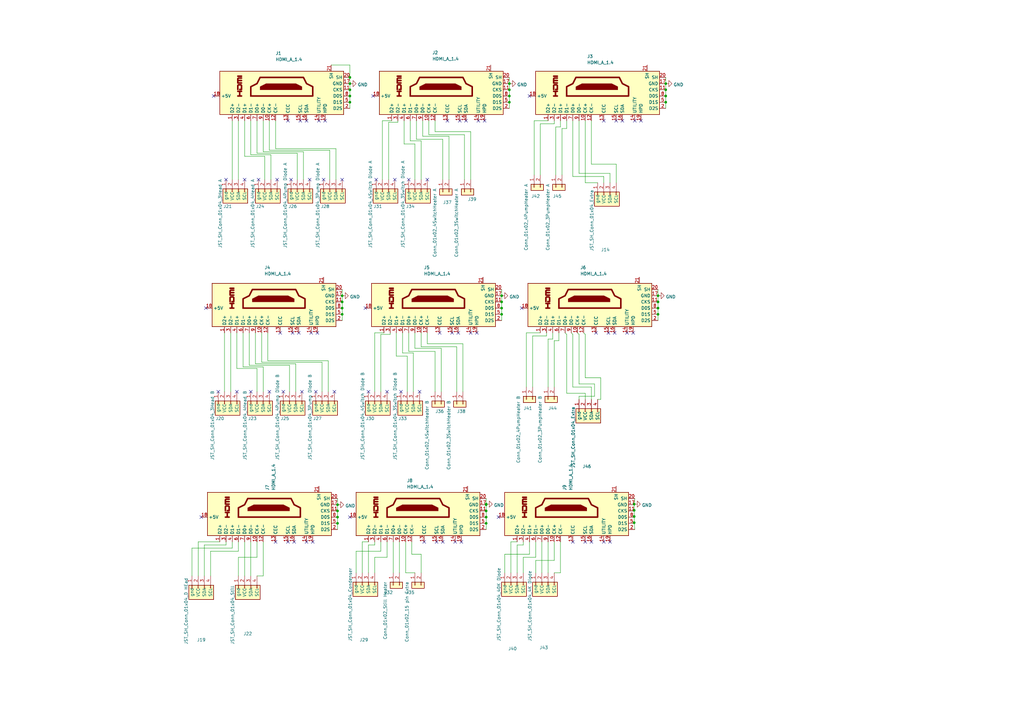
<source format=kicad_sch>
(kicad_sch (version 20231120) (generator "eeschema") (generator_version "8.0")
  (paper "A3")
  (lib_symbols
    (symbol "0JLC:JST_SH_Conn_01x04_i2c_horizontal" (pin_names (offset 1.016))
      (property "Reference" "J" (at 0 5.08 0))
      (property "Value" "0JLC_JST_SH_Conn_01x04_i2c_horizontal" (at 0 -7.62 0))
      (symbol "JST_SH_Conn_01x04_i2c_horizontal_1_1"
        (rectangle (start -1.27 -4.953) (end 0 -5.207) (stroke (width 0.1524)))
        (rectangle (start -1.27 -2.413) (end 0 -2.667) (stroke (width 0.1524)))
        (rectangle (start -1.27 0.127) (end 0 -0.127) (stroke (width 0.1524)))
        (rectangle (start -1.27 2.667) (end 0 2.413) (stroke (width 0.1524)))
        (rectangle (start -1.27 3.81) (end 4.572 -6.35) (stroke (width 0.254)) (fill (type background)))
        (pin passive line (at -5.08 2.54 0) (length 3.81) (name "gnd") (number "1"))
        (pin passive line (at -5.08 0 0) (length 3.81) (name "VCC") (number "2"))
        (pin passive line (at -5.08 -2.54 0) (length 3.81) (name "SDA") (number "3"))
        (pin passive line (at -5.08 -5.08 0) (length 3.81) (name "SCL") (number "4"))
      )
    )
    (symbol "0_mb_library:HDMI_A"
      (property "Reference" "J" (at -6.35 26.67 0))
      (property "Value" "HDMI_A" (at 10.16 26.67 0))
      (symbol "HDMI_A_0_0"
        (polyline (pts (xy 8.128 16.51) (xy 8.128 18.034)) (stroke (width 0.635)))
        (polyline (pts (xy 0 16.51) (xy 0 18.034) (xy 0 17.272) (xy 1.905 17.272) (xy 1.905 18.034) (xy 1.905 16.51)) (stroke (width 0.635)))
        (polyline (pts (xy 2.667 18.034) (xy 4.318 18.034) (xy 4.572 17.78) (xy 4.572 16.764) (xy 4.318 16.51) (xy 2.667 16.51) (xy 2.667 17.272)) (stroke (width 0.635)))
      )
      (symbol "HDMI_A_0_1"
        (rectangle (start -7.62 25.4) (end 10.16 -25.4) (stroke (width 0.254)) (fill (type background)))
        (polyline (pts (xy 2.54 8.89) (xy 3.81 8.89) (xy 5.08 6.35) (xy 5.08 -5.715) (xy 3.81 -8.255) (xy 2.54 -8.255) (xy 2.54 8.89)) (fill (type outline)))
        (polyline (pts (xy 5.334 16.51) (xy 5.334 18.034) (xy 6.35 18.034) (xy 6.35 16.51) (xy 6.35 18.034) (xy 7.112 18.034) (xy 7.366 17.78) (xy 7.366 16.51)) (stroke (width 0.635)))
        (polyline (pts (xy 0 12.7) (xy 0 -12.7) (xy 3.81 -12.7) (xy 5.08 -10.16) (xy 7.62 -8.89) (xy 7.62 8.89) (xy 5.08 10.16) (xy 3.81 12.7) (xy 0 12.7)) (stroke (width 0.635)))
      )
      (symbol "HDMI_A_1_1"
        (pin passive line (at -10.16 20.32 0) (length 2.54) (name "D2+") (number "1"))
        (pin passive line (at -10.16 5.08 0) (length 2.54) (name "CK+") (number "10"))
        (pin power_in line (at 2.54 -27.94 90) (length 2.54) (name "CKS") (number "11"))
        (pin passive line (at -10.16 2.54 0) (length 2.54) (name "CK-") (number "12"))
        (pin bidirectional line (at -10.16 -2.54 0) (length 2.54) (name "CEC") (number "13"))
        (pin passive line (at -10.16 -15.24 0) (length 2.54) (name "UTILITY") (number "14"))
        (pin passive line (at -10.16 -7.62 0) (length 2.54) (name "SCL") (number "15"))
        (pin bidirectional line (at -10.16 -10.16 0) (length 2.54) (name "SDA") (number "16"))
        (pin power_in line (at 5.08 -27.94 90) (length 2.54) (name "GND") (number "17"))
        (pin power_in line (at 0 27.94 270) (length 2.54) (name "+5V") (number "18"))
        (pin passive line (at -10.16 -17.78 0) (length 2.54) (name "HPD") (number "19"))
        (pin power_in line (at -5.08 -27.94 90) (length 2.54) (name "D2S") (number "2"))
        (pin passive line (at 7.62 -27.94 90) (length 2.54) (name "SH") (number "20"))
        (pin passive line (at 12.7 -20.32 180) (length 2.54) (name "SH") (number "21"))
        (pin passive line (at -10.16 17.78 0) (length 2.54) (name "D2-") (number "3"))
        (pin passive line (at -10.16 15.24 0) (length 2.54) (name "D1+") (number "4"))
        (pin power_in line (at -2.54 -27.94 90) (length 2.54) (name "D1S") (number "5"))
        (pin passive line (at -10.16 12.7 0) (length 2.54) (name "D1-") (number "6"))
        (pin passive line (at -10.16 10.16 0) (length 2.54) (name "D0+") (number "7"))
        (pin power_in line (at 0 -27.94 90) (length 2.54) (name "D0S") (number "8"))
        (pin passive line (at -10.16 7.62 0) (length 2.54) (name "D0-") (number "9"))
      )
    )
    (symbol "Connector_Generic:Conn_01x02" (pin_names (offset 1.016) hide)
      (property "Reference" "J" (at 0 2.54 0))
      (property "Value" "Conn_01x02" (at 0 -5.08 0))
      (symbol "Conn_01x02_1_1"
        (rectangle (start -1.27 -2.413) (end 0 -2.667) (stroke (width 0.1524)))
        (rectangle (start -1.27 0.127) (end 0 -0.127) (stroke (width 0.1524)))
        (rectangle (start -1.27 1.27) (end 1.27 -3.81) (stroke (width 0.254)) (fill (type background)))
        (pin passive line (at -5.08 0 0) (length 3.81) (name "Pin_1") (number "1"))
        (pin passive line (at -5.08 -2.54 0) (length 3.81) (name "Pin_2") (number "2"))
      )
    )
    (symbol "power:GND" (power) (pin_names (offset 0))
      (property "Value" "GND" (at 0 -3.81 0))
      (symbol "GND_0_1"
        (polyline (pts (xy 0 0) (xy 0 -1.27) (xy 1.27 -1.27) (xy 0 -2.54) (xy -1.27 -1.27) (xy 0 -1.27)))
      )
      (symbol "GND_1_1"
        (pin power_in line (at 0 0 270) (length 0) hide (name "GND") (number "1"))
      )
    )
  )
  (junction (at 205.74 123.825))
  (junction (at 138.43 207.01))
  (junction (at 199.39 214.63))
  (junction (at 138.43 209.55))
  (junction (at 199.39 207.01))
  (junction (at 269.875 121.285))
  (junction (at 138.43 214.63))
  (junction (at 208.915 34.29))
  (junction (at 273.05 36.83))
  (junction (at 140.335 126.365))
  (junction (at 205.74 121.285))
  (junction (at 140.335 123.825))
  (junction (at 143.51 36.83))
  (junction (at 269.875 126.365))
  (junction (at 143.51 34.29))
  (junction (at 205.74 128.905))
  (junction (at 205.74 126.365))
  (junction (at 208.915 41.91))
  (junction (at 199.39 212.09))
  (junction (at 199.39 209.55))
  (junction (at 208.915 36.83))
  (junction (at 260.096 211.836))
  (junction (at 273.05 34.29))
  (junction (at 140.335 128.905))
  (junction (at 208.915 39.37))
  (junction (at 260.096 206.756))
  (junction (at 143.51 31.75))
  (junction (at 143.51 41.91))
  (junction (at 260.096 214.376))
  (junction (at 199.39 206.756))
  (junction (at 269.875 123.825))
  (junction (at 143.51 39.37))
  (junction (at 273.05 39.37))
  (junction (at 138.43 212.09))
  (junction (at 269.875 128.905))
  (junction (at 273.05 41.91))
  (junction (at 260.096 209.296))
  (junction (at 140.335 121.285))
  (no_connect (at 262.89 49.53))
  (no_connect (at 260.35 49.53))
  (no_connect (at 247.65 222.25))
  (no_connect (at 84.455 126.365))
  (no_connect (at 123.825 160.655))
  (no_connect (at 247.65 49.53))
  (no_connect (at 183.515 49.53))
  (no_connect (at 113.03 222.25))
  (no_connect (at 132.715 73.66))
  (no_connect (at 252.73 49.53))
  (no_connect (at 242.57 222.25))
  (no_connect (at 257.175 136.525))
  (no_connect (at 140.335 73.66))
  (no_connect (at 149.86 126.365))
  (no_connect (at 137.16 160.655))
  (no_connect (at 123.19 49.53))
  (no_connect (at 125.73 222.25))
  (no_connect (at 127 73.66))
  (no_connect (at 217.17 39.37))
  (no_connect (at 175.26 73.66))
  (no_connect (at 188.595 49.53))
  (no_connect (at 164.465 160.655))
  (no_connect (at 154.305 73.66))
  (no_connect (at 114.935 136.525))
  (no_connect (at 187.96 136.525))
  (no_connect (at 185.42 136.525))
  (no_connect (at 118.11 222.25))
  (no_connect (at 125.73 49.53))
  (no_connect (at 143.51 212.09))
  (no_connect (at 120.65 222.25))
  (no_connect (at 249.555 136.525))
  (no_connect (at 252.095 136.525))
  (no_connect (at 130.175 136.525))
  (no_connect (at 110.49 160.655))
  (no_connect (at 181.61 222.25))
  (no_connect (at 191.135 49.53))
  (no_connect (at 127.635 136.525))
  (no_connect (at 129.54 160.655))
  (no_connect (at 82.55 212.09))
  (no_connect (at 259.715 136.525))
  (no_connect (at 173.99 222.25))
  (no_connect (at 130.81 49.53))
  (no_connect (at 100.33 73.66))
  (no_connect (at 179.07 222.25))
  (no_connect (at 250.19 222.25))
  (no_connect (at 153.035 39.37))
  (no_connect (at 87.63 39.37))
  (no_connect (at 92.71 73.66))
  (no_connect (at 204.47 212.09))
  (no_connect (at 195.58 136.525))
  (no_connect (at 97.155 160.655))
  (no_connect (at 120.015 136.525))
  (no_connect (at 180.34 136.525))
  (no_connect (at 106.045 73.66))
  (no_connect (at 244.475 136.525))
  (no_connect (at 172.085 160.655))
  (no_connect (at 158.75 160.655))
  (no_connect (at 186.69 222.25))
  (no_connect (at 122.555 136.525))
  (no_connect (at 161.925 73.66))
  (no_connect (at 167.64 73.66))
  (no_connect (at 133.35 49.53))
  (no_connect (at 102.87 160.655))
  (no_connect (at 189.23 222.25))
  (no_connect (at 240.03 222.25))
  (no_connect (at 118.11 49.53))
  (no_connect (at 116.205 160.655))
  (no_connect (at 113.665 73.66))
  (no_connect (at 151.13 160.655))
  (no_connect (at 234.95 222.25))
  (no_connect (at 128.27 222.25))
  (no_connect (at 213.995 126.365))
  (no_connect (at 255.27 49.53))
  (no_connect (at 193.04 136.525))
  (no_connect (at 198.755 49.53))
  (no_connect (at 89.535 160.655))
  (no_connect (at 119.38 73.66))
  (no_connect (at 196.215 49.53))
  (wire (pts (xy 205.74 123.825) (xy 205.74 126.365)))
  (wire (pts (xy 178.435 53.975) (xy 178.435 49.53)))
  (wire (pts (xy 146.05 226.06) (xy 156.21 226.06)))
  (wire (pts (xy 260.096 206.756) (xy 260.096 209.296)))
  (wire (pts (xy 181.61 57.15) (xy 181.61 73.66)))
  (wire (pts (xy 100.33 222.25) (xy 100.33 236.22)))
  (wire (pts (xy 224.79 158.75) (xy 224.79 139.065)))
  (wire (pts (xy 118.745 149.86) (xy 118.745 160.655)))
  (wire (pts (xy 97.79 228.6) (xy 105.41 228.6)))
  (wire (pts (xy 165.1 144.78) (xy 169.545 144.78)))
  (wire (pts (xy 205.74 121.285) (xy 205.74 123.825)))
  (wire (pts (xy 134.62 147.955) (xy 134.62 160.655)))
  (wire (pts (xy 243.84 157.48) (xy 243.84 162.56)))
  (wire (pts (xy 99.695 136.525) (xy 99.695 150.495)))
  (wire (pts (xy 237.49 71.12) (xy 250.19 71.12)))
  (wire (pts (xy 240.03 154.94) (xy 246.38 154.94)))
  (wire (pts (xy 167.64 136.525) (xy 167.64 144.145)))
  (wire (pts (xy 172.72 57.785) (xy 172.72 73.66)))
  (wire (pts (xy 107.95 49.53) (xy 107.95 62.23)))
  (wire (pts (xy 105.41 222.25) (xy 105.41 228.6)))
  (wire (pts (xy 143.51 39.37) (xy 143.51 41.91)))
  (wire (pts (xy 140.335 128.905) (xy 140.335 131.445)))
  (wire (pts (xy 232.41 52.705) (xy 232.41 49.53)))
  (wire (pts (xy 107.315 148.59) (xy 132.08 148.59)))
  (wire (pts (xy 230.505 71.755) (xy 230.505 52.705)))
  (wire (pts (xy 172.72 234.95) (xy 172.72 227.33)))
  (wire (pts (xy 108.585 64.135) (xy 100.33 64.135)))
  (wire (pts (xy 193.04 73.66) (xy 193.04 53.975)))
  (wire (pts (xy 105.41 151.13) (xy 105.41 160.655)))
  (wire (pts (xy 205.74 118.745) (xy 205.74 121.285)))
  (wire (pts (xy 168.275 49.53) (xy 168.275 57.785)))
  (wire (pts (xy 175.26 140.97) (xy 175.26 136.525)))
  (wire (pts (xy 273.05 31.75) (xy 273.05 34.29)))
  (wire (pts (xy 148.59 234.95) (xy 148.59 222.25)))
  (wire (pts (xy 219.075 71.755) (xy 219.075 49.53)))
  (wire (pts (xy 146.05 234.95) (xy 146.05 226.06)))
  (wire (pts (xy 227.33 229.87) (xy 227.33 222.25)))
  (wire (pts (xy 102.87 63.5) (xy 111.125 63.5)))
  (wire (pts (xy 140.335 118.745) (xy 140.335 121.285)))
  (wire (pts (xy 153.67 223.52) (xy 153.67 222.25)))
  (wire (pts (xy 173.355 55.88) (xy 173.355 49.53)))
  (wire (pts (xy 219.71 229.87) (xy 227.33 229.87)))
  (wire (pts (xy 245.11 74.93) (xy 240.03 74.93)))
  (wire (pts (xy 151.13 223.52) (xy 153.67 223.52)))
  (wire (pts (xy 124.46 62.23) (xy 124.46 73.66)))
  (wire (pts (xy 240.03 161.29) (xy 240.03 163.83)))
  (wire (pts (xy 240.03 137.16) (xy 239.395 136.525)))
  (wire (pts (xy 227.33 139.7) (xy 229.235 139.7)))
  (wire (pts (xy 109.855 147.955) (xy 134.62 147.955)))
  (wire (pts (xy 260.096 211.836) (xy 260.096 214.376)))
  (wire (pts (xy 226.695 139.065) (xy 226.695 136.525)))
  (wire (pts (xy 138.43 209.55) (xy 138.43 212.09)))
  (wire (pts (xy 229.87 234.95) (xy 229.87 222.25)))
  (wire (pts (xy 102.87 49.53) (xy 102.87 63.5)))
  (wire (pts (xy 97.79 228.6) (xy 97.79 236.22)))
  (wire (pts (xy 102.235 149.86) (xy 118.745 149.86)))
  (wire (pts (xy 143.51 31.75) (xy 143.51 34.29)))
  (wire (pts (xy 97.79 226.06) (xy 97.79 222.25)))
  (wire (pts (xy 190.5 55.245) (xy 190.5 73.66)))
  (wire (pts (xy 184.15 73.66) (xy 184.15 55.88)))
  (wire (pts (xy 168.91 227.33) (xy 168.91 222.25)))
  (wire (pts (xy 156.21 160.655) (xy 156.21 137.16)))
  (wire (pts (xy 269.875 128.905) (xy 269.875 131.445)))
  (wire (pts (xy 135.89 26.67) (xy 143.51 26.67)))
  (wire (pts (xy 81.28 236.22) (xy 81.28 222.25)))
  (wire (pts (xy 132.08 148.59) (xy 132.08 160.655)))
  (wire (pts (xy 160.02 136.525) (xy 160.02 137.16)))
  (wire (pts (xy 102.235 136.525) (xy 102.235 149.86)))
  (wire (pts (xy 156.845 49.53) (xy 160.655 49.53)))
  (wire (pts (xy 170.18 142.875) (xy 170.18 136.525)))
  (wire (pts (xy 78.74 224.79) (xy 78.74 236.22)))
  (wire (pts (xy 214.63 223.52) (xy 214.63 222.25)))
  (wire (pts (xy 104.775 149.225) (xy 121.285 149.225)))
  (wire (pts (xy 219.71 228.6) (xy 219.71 222.25)))
  (wire (pts (xy 167.64 144.145) (xy 178.435 144.145)))
  (wire (pts (xy 234.95 137.16) (xy 234.95 158.75)))
  (wire (pts (xy 230.505 52.705) (xy 232.41 52.705)))
  (wire (pts (xy 208.915 34.29) (xy 208.915 36.83)))
  (wire (pts (xy 273.05 39.37) (xy 273.05 41.91)))
  (wire (pts (xy 78.74 224.79) (xy 95.25 224.79)))
  (wire (pts (xy 260.096 209.296) (xy 260.096 211.836)))
  (wire (pts (xy 273.05 36.83) (xy 273.05 39.37)))
  (wire (pts (xy 234.95 49.53) (xy 234.95 72.39)))
  (wire (pts (xy 209.55 222.25) (xy 209.55 234.95)))
  (wire (pts (xy 205.74 126.365) (xy 205.74 128.905)))
  (wire (pts (xy 243.84 162.56) (xy 237.49 162.56)))
  (wire (pts (xy 107.95 222.25) (xy 107.95 236.22)))
  (wire (pts (xy 260.35 209.55) (xy 260.096 209.296)))
  (wire (pts (xy 260.35 212.09) (xy 260.096 211.836)))
  (wire (pts (xy 234.95 72.39) (xy 247.65 72.39)))
  (wire (pts (xy 169.545 144.78) (xy 169.545 160.655)))
  (wire (pts (xy 199.39 209.55) (xy 199.39 212.09)))
  (wire (pts (xy 100.33 64.135) (xy 100.33 49.53)))
  (wire (pts (xy 212.09 223.52) (xy 214.63 223.52)))
  (wire (pts (xy 214.63 228.6) (xy 219.71 228.6)))
  (wire (pts (xy 187.325 142.24) (xy 187.325 160.655)))
  (wire (pts (xy 212.09 234.95) (xy 212.09 223.52)))
  (wire (pts (xy 167.005 146.05) (xy 162.56 146.05)))
  (wire (pts (xy 237.49 157.48) (xy 243.84 157.48)))
  (wire (pts (xy 97.79 49.53) (xy 97.79 73.66)))
  (wire (pts (xy 172.72 227.33) (xy 168.91 227.33)))
  (wire (pts (xy 107.95 150.495) (xy 107.95 160.655)))
  (wire (pts (xy 172.72 136.525) (xy 172.72 142.24)))
  (wire (pts (xy 108.585 64.135) (xy 108.585 73.66)))
  (wire (pts (xy 229.235 139.7) (xy 229.235 136.525)))
  (wire (pts (xy 143.51 34.29) (xy 143.51 36.83)))
  (wire (pts (xy 208.915 36.83) (xy 208.915 39.37)))
  (wire (pts (xy 172.72 142.24) (xy 187.325 142.24)))
  (wire (pts (xy 94.615 136.525) (xy 94.615 160.655)))
  (wire (pts (xy 167.005 146.05) (xy 167.005 160.655)))
  (wire (pts (xy 153.67 234.95) (xy 153.67 228.6)))
  (wire (pts (xy 234.95 158.75) (xy 242.57 158.75)))
  (wire (pts (xy 83.82 223.52) (xy 92.71 223.52)))
  (wire (pts (xy 156.845 49.53) (xy 156.845 73.66)))
  (wire (pts (xy 232.41 137.16) (xy 231.775 136.525)))
  (wire (pts (xy 138.43 207.01) (xy 138.43 209.55)))
  (wire (pts (xy 224.79 139.065) (xy 226.695 139.065)))
  (wire (pts (xy 227.965 52.07) (xy 229.87 52.07)))
  (wire (pts (xy 232.41 137.16) (xy 232.41 161.29)))
  (wire (pts (xy 153.67 136.525) (xy 153.67 160.655)))
  (wire (pts (xy 199.39 212.09) (xy 199.39 214.63)))
  (wire (pts (xy 273.05 41.91) (xy 273.05 44.45)))
  (wire (pts (xy 260.35 204.47) (xy 260.096 206.756)))
  (wire (pts (xy 175.895 49.53) (xy 175.895 55.245)))
  (wire (pts (xy 232.41 161.29) (xy 240.03 161.29)))
  (wire (pts (xy 240.03 137.16) (xy 240.03 154.94)))
  (wire (pts (xy 158.75 228.6) (xy 158.75 222.25)))
  (wire (pts (xy 199.39 206.756) (xy 199.39 207.01)))
  (wire (pts (xy 199.39 214.63) (xy 199.39 217.17)))
  (wire (pts (xy 143.51 41.91) (xy 143.51 44.45)))
  (wire (pts (xy 269.875 121.285) (xy 269.875 123.825)))
  (wire (pts (xy 170.18 59.055) (xy 165.735 59.055)))
  (wire (pts (xy 219.075 49.53) (xy 224.79 49.53)))
  (wire (pts (xy 269.875 118.745) (xy 269.875 121.285)))
  (wire (pts (xy 170.815 57.15) (xy 181.61 57.15)))
  (wire (pts (xy 105.41 151.13) (xy 97.155 151.13)))
  (wire (pts (xy 208.915 31.75) (xy 208.915 34.29)))
  (wire (pts (xy 269.875 123.825) (xy 269.875 126.365)))
  (wire (pts (xy 237.49 137.16) (xy 236.855 136.525)))
  (wire (pts (xy 95.25 222.25) (xy 95.25 224.79)))
  (wire (pts (xy 227.33 158.75) (xy 227.33 139.7)))
  (wire (pts (xy 107.95 236.22) (xy 105.41 236.22)))
  (wire (pts (xy 224.155 137.795) (xy 224.155 136.525)))
  (wire (pts (xy 92.71 223.52) (xy 92.71 222.25)))
  (wire (pts (xy 83.82 223.52) (xy 83.82 236.22)))
  (wire (pts (xy 97.155 151.13) (xy 97.155 136.525)))
  (wire (pts (xy 102.87 222.25) (xy 102.87 236.22)))
  (wire (pts (xy 138.43 212.09) (xy 138.43 214.63)))
  (wire (pts (xy 137.795 60.96) (xy 137.795 73.66)))
  (wire (pts (xy 163.83 222.25) (xy 163.83 234.95)))
  (wire (pts (xy 222.25 222.25) (xy 222.25 234.95)))
  (wire (pts (xy 207.01 227.33) (xy 207.01 234.95)))
  (wire (pts (xy 105.41 49.53) (xy 105.41 62.865)))
  (wire (pts (xy 81.28 222.25) (xy 90.17 222.25)))
  (wire (pts (xy 161.29 222.25) (xy 161.29 234.95)))
  (wire (pts (xy 170.815 49.53) (xy 170.815 57.15)))
  (wire (pts (xy 215.9 158.75) (xy 215.9 136.525)))
  (wire (pts (xy 229.87 52.07) (xy 229.87 49.53)))
  (wire (pts (xy 175.895 55.245) (xy 190.5 55.245)))
  (wire (pts (xy 224.79 222.25) (xy 224.79 234.95)))
  (wire (pts (xy 107.95 62.23) (xy 124.46 62.23)))
  (wire (pts (xy 110.49 49.53) (xy 110.49 61.595)))
  (wire (pts (xy 92.075 136.525) (xy 92.075 160.655)))
  (wire (pts (xy 143.51 26.67) (xy 143.51 31.75)))
  (wire (pts (xy 113.03 60.96) (xy 137.795 60.96)))
  (wire (pts (xy 95.25 49.53) (xy 95.25 73.66)))
  (wire (pts (xy 138.43 204.47) (xy 138.43 207.01)))
  (wire (pts (xy 250.19 71.12) (xy 250.19 74.93)))
  (wire (pts (xy 242.57 163.83) (xy 242.57 158.75)))
  (wire (pts (xy 208.915 39.37) (xy 208.915 41.91)))
  (wire (pts (xy 113.03 49.53) (xy 113.03 60.96)))
  (wire (pts (xy 273.05 34.29) (xy 273.05 36.83)))
  (wire (pts (xy 138.43 214.63) (xy 138.43 217.17)))
  (wire (pts (xy 121.92 62.865) (xy 121.92 73.66)))
  (wire (pts (xy 110.49 61.595) (xy 135.255 61.595)))
  (wire (pts (xy 199.39 204.47) (xy 199.39 206.756)))
  (wire (pts (xy 140.335 123.825) (xy 140.335 126.365)))
  (wire (pts (xy 215.9 136.525) (xy 221.615 136.525)))
  (wire (pts (xy 143.51 36.83) (xy 143.51 39.37)))
  (wire (pts (xy 240.03 49.53) (xy 240.03 74.93)))
  (wire (pts (xy 221.615 71.755) (xy 221.615 50.8)))
  (wire (pts (xy 260.35 207.01) (xy 260.096 206.756)))
  (wire (pts (xy 86.36 226.06) (xy 97.79 226.06)))
  (wire (pts (xy 237.49 162.56) (xy 237.49 163.83)))
  (wire (pts (xy 105.41 62.865) (xy 121.92 62.865)))
  (wire (pts (xy 199.39 207.01) (xy 199.39 209.55)))
  (wire (pts (xy 168.275 57.785) (xy 172.72 57.785)))
  (wire (pts (xy 159.385 50.165) (xy 163.195 50.165)))
  (wire (pts (xy 247.65 72.39) (xy 247.65 74.93)))
  (wire (pts (xy 234.95 137.16) (xy 234.315 136.525)))
  (wire (pts (xy 227.965 71.755) (xy 227.965 52.07)))
  (wire (pts (xy 237.49 49.53) (xy 237.49 71.12)))
  (wire (pts (xy 166.37 222.25) (xy 166.37 234.95)))
  (wire (pts (xy 269.875 126.365) (xy 269.875 128.905)))
  (wire (pts (xy 107.315 136.525) (xy 107.315 148.59)))
  (wire (pts (xy 135.255 61.595) (xy 135.255 73.66)))
  (wire (pts (xy 218.44 137.795) (xy 224.155 137.795)))
  (wire (pts (xy 217.17 227.33) (xy 207.01 227.33)))
  (wire (pts (xy 227.33 50.8) (xy 227.33 49.53)))
  (wire (pts (xy 260.35 214.63) (xy 260.096 214.376)))
  (wire (pts (xy 193.04 53.975) (xy 178.435 53.975)))
  (wire (pts (xy 178.435 144.145) (xy 178.435 160.655)))
  (wire (pts (xy 165.1 136.525) (xy 165.1 144.78)))
  (wire (pts (xy 219.71 229.87) (xy 219.71 234.95)))
  (wire (pts (xy 163.195 49.53) (xy 163.195 50.165)))
  (wire (pts (xy 121.285 149.225) (xy 121.285 160.655)))
  (wire (pts (xy 140.335 126.365) (xy 140.335 128.905)))
  (wire (pts (xy 252.73 67.31) (xy 252.73 74.93)))
  (wire (pts (xy 214.63 234.95) (xy 214.63 228.6)))
  (wire (pts (xy 180.975 142.875) (xy 170.18 142.875)))
  (wire (pts (xy 109.855 136.525) (xy 109.855 147.955)))
  (wire (pts (xy 159.385 73.66) (xy 159.385 50.165)))
  (wire (pts (xy 162.56 146.05) (xy 162.56 136.525)))
  (wire (pts (xy 218.44 158.75) (xy 218.44 137.795)))
  (wire (pts (xy 165.735 59.055) (xy 165.735 49.53)))
  (wire (pts (xy 86.36 236.22) (xy 86.36 226.06)))
  (wire (pts (xy 189.865 140.97) (xy 175.26 140.97)))
  (wire (pts (xy 260.096 214.376) (xy 260.35 217.17)))
  (wire (pts (xy 153.67 136.525) (xy 157.48 136.525)))
  (wire (pts (xy 180.975 160.655) (xy 180.975 142.875)))
  (wire (pts (xy 111.125 63.5) (xy 111.125 73.66)))
  (wire (pts (xy 217.17 222.25) (xy 217.17 227.33)))
  (wire (pts (xy 166.37 234.95) (xy 170.18 234.95)))
  (wire (pts (xy 156.21 137.16) (xy 160.02 137.16)))
  (wire (pts (xy 156.21 226.06) (xy 156.21 222.25)))
  (wire (pts (xy 246.38 154.94) (xy 246.38 163.83)))
  (wire (pts (xy 246.38 163.83) (xy 245.11 163.83)))
  (wire (pts (xy 148.59 222.25) (xy 151.13 222.25)))
  (wire (pts (xy 208.915 41.91) (xy 208.915 44.45)))
  (wire (pts (xy 212.09 222.25) (xy 209.55 222.25)))
  (wire (pts (xy 140.335 121.285) (xy 140.335 123.825)))
  (wire (pts (xy 227.33 234.95) (xy 229.87 234.95)))
  (wire (pts (xy 153.67 228.6) (xy 158.75 228.6)))
  (wire (pts (xy 242.57 49.53) (xy 242.57 67.31)))
  (wire (pts (xy 189.865 160.655) (xy 189.865 140.97)))
  (wire (pts (xy 184.15 55.88) (xy 173.355 55.88)))
  (wire (pts (xy 221.615 50.8) (xy 227.33 50.8)))
  (wire (pts (xy 99.695 150.495) (xy 107.95 150.495)))
  (wire (pts (xy 237.49 137.16) (xy 237.49 157.48)))
  (wire (pts (xy 104.775 136.525) (xy 104.775 149.225)))
  (wire (pts (xy 151.13 234.95) (xy 151.13 223.52)))
  (wire (pts (xy 205.74 128.905) (xy 205.74 131.445)))
  (wire (pts (xy 242.57 67.31) (xy 252.73 67.31)))
  (wire (pts (xy 170.18 59.055) (xy 170.18 73.66)))
  (symbol (lib_id "Connector_Generic:Conn_01x02") (at 224.79 163.83 90) (mirror x) (unit 1)
    (property "Reference" "J44" (at 228.473 167.4403 90) (effects (justify left)))
    (property "Value" "Conn_01x02_3PumpHeater B" (at 221.488 162.3572 0) (effects (justify left)))
    (property "Footprint" "Connector_JST:JST_PH_B2B-PH-K_1x02_P2.00mm_Vertical" (effects (hide yes)))
    (property "LCSC" "C5175230" (effects (hide yes)))
  )
  (symbol (lib_id "power:GND") (at 143.51 34.29 90) (unit 1)
    (property "Reference" "#PWR0152" (effects (hide yes)))
    (property "Value" "GND" (at 146.685 34.7238 90) (effects (justify right)))
  )
  (symbol (lib_id "Connector_Generic:Conn_01x02") (at 170.18 240.03 90) (mirror x) (unit 1)
    (property "Reference" "J35" (at 170.053 243.0053 90) (effects (justify left)))
    (property "Value" "Conn_01x02_15 pin Extra" (at 166.878 238.5572 0) (effects (justify left)))
    (property "Footprint" "Connector_JST:JST_PH_B2B-PH-K_1x02_P2.00mm_Vertical" (effects (hide yes)))
    (property "LCSC" "C5175230" (effects (hide yes)))
  )
  (symbol (lib_id "0JLC:JST_SH_Conn_01x04_i2c_horizontal") (at 108.585 78.74 90) (mirror x) (unit 1)
    (property "Reference" "J24" (at 104.902 84.6363 90) (effects (justify right)))
    (property "Value" "JST_SH_Conn_01x04_4Head A" (at 103.632 101.7782 0) (effects (justify right)))
    (property "Footprint" "Connector_JST:JST_SH_BM04B-SRSS-TB_1x04-1MP_P1.00mm_Vertical" (effects (hide yes)))
    (property "LCSC" "C160390" (effects (hide yes)))
    (property "MPN" "A1001WR-S" (effects (hide yes)))
  )
  (symbol (lib_id "0_mb_library:HDMI_A") (at 180.975 39.37 90) (unit 1)
    (property "Reference" "J2" (at 177.292 21.59 90) (effects (justify right)))
    (property "Value" "HDMI_A_1.4" (at 177.292 24.13 90) (effects (justify right)))
    (property "Footprint" "0_Motherboard_v1:HDMI-TH_D-HDMIM19P-FC00" (effects (hide yes)))
    (property "Datasheet" "https://en.wikipedia.org/wiki/HDMI" (effects (hide yes)))
    (property "Description" "HDMI type A connector" (effects (hide yes)))
    (property "LCSC" "C3025483" (effects (hide yes)))
  )
  (symbol (lib_id "0_mb_library:HDMI_A") (at 112.395 126.365 90) (unit 1)
    (property "Reference" "J4" (at 108.458 109.728 90) (effects (justify right)))
    (property "Value" "HDMI_A_1.4" (at 108.458 112.268 90) (effects (justify right)))
    (property "Footprint" "0_Motherboard_v1:HDMI-TH_D-HDMIM19P-FC00" (effects (hide yes)))
    (property "Datasheet" "https://en.wikipedia.org/wiki/HDMI" (effects (hide yes)))
    (property "Description" "HDMI type A connector" (effects (hide yes)))
    (property "LCSC" "C3025483" (effects (hide yes)))
  )
  (symbol (lib_id "Connector_Generic:Conn_01x02") (at 181.61 78.74 90) (mirror x) (unit 1)
    (property "Reference" "J37" (at 185.293 82.9853 90) (effects (justify left)))
    (property "Value" "Conn_01x02_4SwitchHeater A" (at 178.308 77.2672 0) (effects (justify left)))
    (property "Footprint" "Connector_JST:JST_PH_B2B-PH-K_1x02_P2.00mm_Vertical" (effects (hide yes)))
    (property "LCSC" "C5175230" (effects (hide yes)))
  )
  (symbol (lib_id "Connector_Generic:Conn_01x02") (at 161.29 240.03 90) (mirror x) (unit 1)
    (property "Reference" "J32" (at 161.163 243.0053 90) (effects (justify left)))
    (property "Value" "Conn_01x02_Still Heater" (at 157.988 238.5572 0) (effects (justify left)))
    (property "Footprint" "Connector_JST:JST_PH_B2B-PH-K_1x02_P2.00mm_Vertical" (effects (hide yes)))
    (property "LCSC" "C5175230" (effects (hide yes)))
  )
  (symbol (lib_id "Connector_Generic:Conn_01x02") (at 219.075 76.835 90) (mirror x) (unit 1)
    (property "Reference" "J42" (at 221.488 80.4453 90) (effects (justify left)))
    (property "Value" "Conn_01x02_4PumpHeater A" (at 215.773 75.3622 0) (effects (justify left)))
    (property "Footprint" "Connector_JST:JST_PH_B2B-PH-K_1x02_P2.00mm_Vertical" (effects (hide yes)))
    (property "LCSC" "C5175230" (effects (hide yes)))
  )
  (symbol (lib_id "power:GND") (at 260.096 206.756 90) (unit 1)
    (property "Reference" "#PWR0153" (effects (hide yes)))
    (property "Value" "GND" (at 263.271 207.1898 90) (effects (justify right)))
  )
  (symbol (lib_id "Connector_Generic:Conn_01x02") (at 215.9 163.83 90) (mirror x) (unit 1)
    (property "Reference" "J41" (at 218.313 167.4403 90) (effects (justify left)))
    (property "Value" "Conn_01x02_4PumpHeater B" (at 212.598 162.3572 0) (effects (justify left)))
    (property "Footprint" "Connector_JST:JST_PH_B2B-PH-K_1x02_P2.00mm_Vertical" (effects (hide yes)))
    (property "LCSC" "C5175230" (effects (hide yes)))
  )
  (symbol (lib_id "0JLC:JST_SH_Conn_01x04_i2c_horizontal") (at 156.845 78.74 90) (mirror x) (unit 1)
    (property "Reference" "J31" (at 153.162 84.6363 90) (effects (justify right)))
    (property "Value" "JST_SH_Conn_01x04_4Switch Diode A" (at 151.892 101.7782 0) (effects (justify right)))
    (property "Footprint" "Connector_JST:JST_SH_BM04B-SRSS-TB_1x04-1MP_P1.00mm_Vertical" (effects (hide yes)))
    (property "LCSC" "C160390" (effects (hide yes)))
    (property "MPN" "A1001WR-S" (effects (hide yes)))
  )
  (symbol (lib_id "power:GND") (at 199.39 206.756 90) (unit 1)
    (property "Reference" "#PWR0154" (effects (hide yes)))
    (property "Value" "GND" (at 202.565 207.1898 90) (effects (justify right)))
  )
  (symbol (lib_id "0JLC:JST_SH_Conn_01x04_i2c_horizontal") (at 209.55 240.03 90) (mirror x) (unit 1)
    (property "Reference" "J40" (at 208.407 266.0431 90) (effects (justify right)))
    (property "Value" "JST_SH_Conn_01x04_40K Diode" (at 204.597 263.0682 0) (effects (justify right)))
    (property "Footprint" "Connector_JST:JST_SH_BM04B-SRSS-TB_1x04-1MP_P1.00mm_Vertical" (effects (hide yes)))
    (property "LCSC" "C160390" (effects (hide yes)))
    (property "MPN" "A1001WR-S" (effects (hide yes)))
  )
  (symbol (lib_id "0JLC:JST_SH_Conn_01x04_i2c_horizontal") (at 95.25 78.74 90) (mirror x) (unit 1)
    (property "Reference" "J21" (at 91.567 84.6363 90) (effects (justify right)))
    (property "Value" "JST_SH_Conn_01x04_3Head A" (at 90.297 101.7782 0) (effects (justify right)))
    (property "Footprint" "Connector_JST:JST_SH_BM04B-SRSS-TB_1x04-1MP_P1.00mm_Vertical" (effects (hide yes)))
    (property "LCSC" "C160390" (effects (hide yes)))
    (property "MPN" "A1001WR-S" (effects (hide yes)))
  )
  (symbol (lib_id "0JLC:JST_SH_Conn_01x04_i2c_horizontal") (at 92.075 165.735 90) (mirror x) (unit 1)
    (property "Reference" "J20" (at 88.392 171.6313 90) (effects (justify right)))
    (property "Value" "JST_SH_Conn_01x04_3Head B" (at 87.122 188.7732 0) (effects (justify right)))
    (property "Footprint" "Connector_JST:JST_SH_BM04B-SRSS-TB_1x04-1MP_P1.00mm_Vertical" (effects (hide yes)))
    (property "LCSC" "C160390" (effects (hide yes)))
    (property "MPN" "A1001WR-S" (effects (hide yes)))
  )
  (symbol (lib_id "Connector_Generic:Conn_01x02") (at 227.965 76.835 90) (mirror x) (unit 1)
    (property "Reference" "J45" (at 230.378 80.4453 90) (effects (justify left)))
    (property "Value" "Conn_01x02_3PumpHeater A" (at 224.663 75.3622 0) (effects (justify left)))
    (property "Footprint" "Connector_JST:JST_PH_B2B-PH-K_1x02_P2.00mm_Vertical" (effects (hide yes)))
    (property "LCSC" "C2683610" (effects (hide yes)))
  )
  (symbol (lib_id "0JLC:JST_SH_Conn_01x04_i2c_horizontal") (at 222.25 240.03 90) (mirror x) (unit 1)
    (property "Reference" "J43" (at 221.234 265.6113 90) (effects (justify right)))
    (property "Value" "JST_SH_Conn_01x04_4K Diode" (at 217.297 263.0682 0) (effects (justify right)))
    (property "Footprint" "Connector_JST:JST_SH_BM04B-SRSS-TB_1x04-1MP_P1.00mm_Vertical" (effects (hide yes)))
    (property "LCSC" "C160390" (effects (hide yes)))
    (property "MPN" "A1001WR-S" (effects (hide yes)))
  )
  (symbol (lib_id "Connector_Generic:Conn_01x02") (at 178.435 165.735 90) (mirror x) (unit 1)
    (property "Reference" "J36" (at 182.118 168.7103 90) (effects (justify left)))
    (property "Value" "Conn_01x02_4SwitchHeater B" (at 175.133 164.2622 0) (effects (justify left)))
    (property "Footprint" "Connector_JST:JST_PH_B2B-PH-K_1x02_P2.00mm_Vertical" (effects (hide yes)))
    (property "LCSC" "C5175230" (effects (hide yes)))
  )
  (symbol (lib_id "0JLC:JST_SH_Conn_01x04_i2c_horizontal") (at 121.92 78.74 90) (mirror x) (unit 1)
    (property "Reference" "J26" (at 118.237 84.6363 90) (effects (justify right)))
    (property "Value" "JST_SH_Conn_01x04_4Pump Diode A" (at 116.967 101.7782 0) (effects (justify right)))
    (property "Footprint" "Connector_JST:JST_SH_BM04B-SRSS-TB_1x04-1MP_P1.00mm_Vertical" (effects (hide yes)))
    (property "LCSC" "C160390" (effects (hide yes)))
    (property "MPN" "A1001WR-S" (effects (hide yes)))
  )
  (symbol (lib_id "0JLC:JST_SH_Conn_01x04_i2c_horizontal") (at 240.03 168.91 90) (mirror x) (unit 1)
    (property "Reference" "J46" (at 238.887 191.3163 90) (effects (justify right)))
    (property "Value" "JST_SH_Conn_01x04_Extra" (at 235.077 191.9482 0) (effects (justify right)))
    (property "Footprint" "Connector_JST:JST_SH_BM04B-SRSS-TB_1x04-1MP_P1.00mm_Vertical" (effects (hide yes)))
    (property "LCSC" "C160390" (effects (hide yes)))
    (property "MPN" "A1001WR-S" (effects (hide yes)))
  )
  (symbol (lib_id "0JLC:JST_SH_Conn_01x04_i2c_horizontal") (at 148.59 240.03 90) (mirror x) (unit 1)
    (property "Reference" "J29" (at 147.447 262.4363 90) (effects (justify right)))
    (property "Value" "JST_SH_Conn_01x04_Condenser" (at 143.637 263.0682 0) (effects (justify right)))
    (property "Footprint" "Connector_JST:JST_SH_BM04B-SRSS-TB_1x04-1MP_P1.00mm_Vertical" (effects (hide yes)))
    (property "LCSC" "C160390" (effects (hide yes)))
    (property "MPN" "A1001WR-S" (effects (hide yes)))
  )
  (symbol (lib_id "Connector_Generic:Conn_01x02") (at 187.325 165.735 90) (mirror x) (unit 1)
    (property "Reference" "J38" (at 191.008 168.7103 90) (effects (justify left)))
    (property "Value" "Conn_01x02_3SwitchHeater B" (at 184.023 164.2622 0) (effects (justify left)))
    (property "Footprint" "Connector_JST:JST_PH_B2B-PH-K_1x02_P2.00mm_Vertical" (effects (hide yes)))
    (property "LCSC" "C5175230" (effects (hide yes)))
  )
  (symbol (lib_id "power:GND") (at 140.335 121.285 90) (unit 1)
    (property "Reference" "#PWR0151" (effects (hide yes)))
    (property "Value" "GND" (at 143.51 121.7188 90) (effects (justify right)))
  )
  (symbol (lib_id "0_mb_library:HDMI_A") (at 177.8 126.365 90) (unit 1)
    (property "Reference" "J5" (at 173.863 109.728 90) (effects (justify right)))
    (property "Value" "HDMI_A_1.4" (at 173.863 112.268 90) (effects (justify right)))
    (property "Footprint" "0_Motherboard_v1:HDMI-TH_D-HDMIM19P-FC00" (effects (hide yes)))
    (property "Datasheet" "https://en.wikipedia.org/wiki/HDMI" (effects (hide yes)))
    (property "Description" "HDMI type A connector" (effects (hide yes)))
    (property "LCSC" "C3025483" (effects (hide yes)))
  )
  (symbol (lib_id "0_mb_library:HDMI_A") (at 115.57 39.37 90) (unit 1)
    (property "Reference" "J1" (at 113.03 21.844 90) (effects (justify right)))
    (property "Value" "HDMI_A_1.4" (at 113.03 24.384 90) (effects (justify right)))
    (property "Footprint" "0_Motherboard_v1:HDMI-TH_D-HDMIM19P-FC00" (effects (hide yes)))
    (property "Datasheet" "https://en.wikipedia.org/wiki/HDMI" (effects (hide yes)))
    (property "Description" "HDMI type A connector" (effects (hide yes)))
    (property "LCSC" "C3025483" (effects (hide yes)))
  )
  (symbol (lib_id "0JLC:JST_SH_Conn_01x04_i2c_horizontal") (at 135.255 78.74 90) (mirror x) (unit 1)
    (property "Reference" "J28" (at 131.572 84.6363 90) (effects (justify right)))
    (property "Value" "JST_SH_Conn_01x04_3Pump Diode A" (at 130.302 101.7782 0) (effects (justify right)))
    (property "Footprint" "Connector_JST:JST_SH_BM04B-SRSS-TB_1x04-1MP_P1.00mm_Vertical" (effects (hide yes)))
    (property "LCSC" "C160390" (effects (hide yes)))
    (property "MPN" "A1001WR-S" (effects (hide yes)))
  )
  (symbol (lib_id "power:GND") (at 205.74 121.285 90) (unit 1)
    (property "Reference" "#PWR0159" (effects (hide yes)))
    (property "Value" "GND" (at 208.915 121.7188 90) (effects (justify right)))
  )
  (symbol (lib_id "power:GND") (at 273.05 34.29 90) (unit 1)
    (property "Reference" "#PWR0156" (effects (hide yes)))
    (property "Value" "GND" (at 276.225 34.7238 90) (effects (justify right)))
  )
  (symbol (lib_id "power:GND") (at 138.43 207.01 90) (unit 1)
    (property "Reference" "#PWR0155" (effects (hide yes)))
    (property "Value" "GND" (at 141.605 207.4438 90) (effects (justify right)))
  )
  (symbol (lib_id "0JLC:JST_SH_Conn_01x04_i2c_horizontal") (at 132.08 165.735 90) (mirror x) (unit 1)
    (property "Reference" "J27" (at 128.397 171.6313 90) (effects (justify right)))
    (property "Value" "JST_SH_Conn_01x04_3Pump Diode B" (at 127.127 188.7732 0) (effects (justify right)))
    (property "Footprint" "Connector_JST:JST_SH_BM04B-SRSS-TB_1x04-1MP_P1.00mm_Vertical" (effects (hide yes)))
    (property "LCSC" "C160390" (effects (hide yes)))
    (property "MPN" "A1001WR-S" (effects (hide yes)))
  )
  (symbol (lib_id "0_mb_library:HDMI_A") (at 110.49 212.09 90) (unit 1)
    (property "Reference" "J7" (at 109.6553 201.168 0) (effects (justify left)))
    (property "Value" "HDMI_A_1.4" (at 112.1922 201.168 0) (effects (justify left)))
    (property "Footprint" "0_Motherboard_v1:HDMI-TH_D-HDMIM19P-FC00" (effects (hide yes)))
    (property "Datasheet" "https://en.wikipedia.org/wiki/HDMI" (effects (hide yes)))
    (property "Description" "HDMI type A connector" (effects (hide yes)))
    (property "LCSC" "C3025483" (effects (hide yes)))
  )
  (symbol (lib_id "0JLC:JST_SH_Conn_01x04_i2c_horizontal") (at 105.41 165.735 90) (mirror x) (unit 1)
    (property "Reference" "J23" (at 101.727 171.6313 90) (effects (justify right)))
    (property "Value" "JST_SH_Conn_01x04_4Head B" (at 100.457 188.7732 0) (effects (justify right)))
    (property "Footprint" "Connector_JST:JST_SH_BM04B-SRSS-TB_1x04-1MP_P1.00mm_Vertical" (effects (hide yes)))
    (property "LCSC" "C160390" (effects (hide yes)))
    (property "MPN" "A1001WR-S" (effects (hide yes)))
  )
  (symbol (lib_id "0_mb_library:HDMI_A") (at 245.11 39.37 90) (unit 1)
    (property "Reference" "J3" (at 240.792 23.114 90) (effects (justify right)))
    (property "Value" "HDMI_A_1.4" (at 240.792 25.654 90) (effects (justify right)))
    (property "Footprint" "0_Motherboard_v1:HDMI-TH_D-HDMIM19P-FC00" (effects (hide yes)))
    (property "Datasheet" "https://en.wikipedia.org/wiki/HDMI" (effects (hide yes)))
    (property "Description" "HDMI type A connector" (effects (hide yes)))
    (property "LCSC" "C3025483" (effects (hide yes)))
  )
  (symbol (lib_id "power:GND") (at 269.875 121.285 90) (unit 1)
    (property "Reference" "#PWR0158" (effects (hide yes)))
    (property "Value" "GND" (at 273.05 121.7188 90) (effects (justify right)))
  )
  (symbol (lib_id "Connector_Generic:Conn_01x02") (at 190.5 78.74 90) (mirror x) (unit 1)
    (property "Reference" "J39" (at 195.453 81.7153 90) (effects (justify left)))
    (property "Value" "Conn_01x02_3SwitchHeater A" (at 187.198 77.2672 0) (effects (justify left)))
    (property "Footprint" "Connector_JST:JST_PH_B2B-PH-K_1x02_P2.00mm_Vertical" (effects (hide yes)))
    (property "LCSC" "C5175230" (effects (hide yes)))
  )
  (symbol (lib_id "0JLC:JST_SH_Conn_01x04_i2c_horizontal") (at 170.18 78.74 90) (mirror x) (unit 1)
    (property "Reference" "J34" (at 166.497 84.6363 90) (effects (justify right)))
    (property "Value" "JST_SH_Conn_01x04_3Switch Diode A" (at 165.227 101.7782 0) (effects (justify right)))
    (property "Footprint" "Connector_JST:JST_SH_BM04B-SRSS-TB_1x04-1MP_P1.00mm_Vertical" (effects (hide yes)))
    (property "LCSC" "C160390" (effects (hide yes)))
    (property "MPN" "A1001WR-S" (effects (hide yes)))
  )
  (symbol (lib_id "0JLC:JST_SH_Conn_01x04_i2c_horizontal") (at 153.67 165.735 90) (mirror x) (unit 1)
    (property "Reference" "J30" (at 149.987 171.6313 90) (effects (justify right)))
    (property "Value" "JST_SH_Conn_01x04_4Switch Diode B" (at 148.717 188.7732 0) (effects (justify right)))
    (property "Footprint" "Connector_JST:JST_SH_BM04B-SRSS-TB_1x04-1MP_P1.00mm_Vertical" (effects (hide yes)))
    (property "LCSC" "C160390" (effects (hide yes)))
    (property "MPN" "A1001WR-S" (effects (hide yes)))
  )
  (symbol (lib_id "0_mb_library:HDMI_A") (at 232.41 212.09 90) (unit 1)
    (property "Reference" "J9" (at 231.5753 201.168 0) (effects (justify left)))
    (property "Value" "HDMI_A_1.4" (at 234.1122 201.168 0) (effects (justify left)))
    (property "Footprint" "0_Motherboard_v1:HDMI-TH_D-HDMIM19P-FC00" (effects (hide yes)))
    (property "Datasheet" "https://en.wikipedia.org/wiki/HDMI" (effects (hide yes)))
    (property "Description" "HDMI type A connector" (effects (hide yes)))
    (property "LCSC" "C3025483" (effects (hide yes)))
  )
  (symbol (lib_id "0_mb_library:HDMI_A") (at 171.45 212.09 90) (unit 1)
    (property "Reference" "J8" (at 166.878 197.104 90) (effects (justify right)))
    (property "Value" "HDMI_A_1.4" (at 166.878 199.644 90) (effects (justify right)))
    (property "Footprint" "0_Motherboard_v1:HDMI-TH_D-HDMIM19P-FC00" (effects (hide yes)))
    (property "Datasheet" "https://en.wikipedia.org/wiki/HDMI" (effects (hide yes)))
    (property "Description" "HDMI type A connector" (effects (hide yes)))
    (property "LCSC" "C3025483" (effects (hide yes)))
  )
  (symbol (lib_id "0JLC:JST_SH_Conn_01x04_i2c_horizontal") (at 247.65 80.01 90) (mirror x) (unit 1)
    (property "Reference" "J14" (at 246.507 102.4163 90) (effects (justify right)))
    (property "Value" "JST_SH_Conn_01x04_Extra" (at 242.697 103.0482 0) (effects (justify right)))
    (property "Footprint" "Connector_JST:JST_SH_BM04B-SRSS-TB_1x04-1MP_P1.00mm_Vertical" (effects (hide yes)))
    (property "LCSC" "C160390" (effects (hide yes)))
    (property "MPN" "A1001WR-S" (effects (hide yes)))
  )
  (symbol (lib_id "0JLC:JST_SH_Conn_01x04_i2c_horizontal") (at 100.33 241.3 90) (mirror x) (unit 1)
    (property "Reference" "J22" (at 99.822 259.8963 90) (effects (justify right)))
    (property "Value" "JST_SH_Conn_01x04_Still" (at 95.377 264.3382 0) (effects (justify right)))
    (property "Footprint" "Connector_JST:JST_SH_BM04B-SRSS-TB_1x04-1MP_P1.00mm_Vertical" (effects (hide yes)))
    (property "LCSC" "C160390" (effects (hide yes)))
    (property "MPN" "A1001WR-S" (effects (hide yes)))
  )
  (symbol (lib_id "0_mb_library:HDMI_A") (at 241.935 126.365 90) (unit 1)
    (property "Reference" "J6" (at 237.998 109.728 90) (effects (justify right)))
    (property "Value" "HDMI_A_1.4" (at 237.998 112.268 90) (effects (justify right)))
    (property "Footprint" "0_Motherboard_v1:HDMI-TH_D-HDMIM19P-FC00" (effects (hide yes)))
    (property "Datasheet" "https://en.wikipedia.org/wiki/HDMI" (effects (hide yes)))
    (property "Description" "HDMI type A connector" (effects (hide yes)))
    (property "LCSC" "C3025483" (effects (hide yes)))
  )
  (symbol (lib_id "power:GND") (at 208.915 34.29 90) (unit 1)
    (property "Reference" "#PWR0157" (effects (hide yes)))
    (property "Value" "GND" (at 212.09 34.7238 90) (effects (justify right)))
  )
  (symbol (lib_id "0JLC:JST_SH_Conn_01x04_i2c_horizontal") (at 81.28 241.3 90) (mirror x) (unit 1)
    (property "Reference" "J19" (at 80.772 262.4363 90) (effects (justify right)))
    (property "Value" "JST_SH_Conn_01x04_D HEad" (at 76.327 264.3382 0) (effects (justify right)))
    (property "Footprint" "Connector_JST:JST_SH_BM04B-SRSS-TB_1x04-1MP_P1.00mm_Vertical" (effects (hide yes)))
    (property "LCSC" "C160390" (effects (hide yes)))
    (property "MPN" "A1001WR-S" (effects (hide yes)))
  )
  (symbol (lib_id "0JLC:JST_SH_Conn_01x04_i2c_horizontal") (at 118.745 165.735 90) (mirror x) (unit 1)
    (property "Reference" "J25" (at 115.062 171.6313 90) (effects (justify right)))
    (property "Value" "JST_SH_Conn_01x04_4Pump Diode B" (at 113.792 188.7732 0) (effects (justify right)))
    (property "Footprint" "Connector_JST:JST_SH_BM04B-SRSS-TB_1x04-1MP_P1.00mm_Vertical" (effects (hide yes)))
    (property "LCSC" "C160390" (effects (hide yes)))
    (property "MPN" "A1001WR-S" (effects (hide yes)))
  )
  (symbol (lib_id "0JLC:JST_SH_Conn_01x04_i2c_horizontal") (at 167.005 165.735 90) (mirror x) (unit 1)
    (property "Reference" "J33" (at 163.322 171.6313 90) (effects (justify right)))
    (property "Value" "JST_SH_Conn_01x04_3Switch Diode B" (at 162.052 188.7732 0) (effects (justify right)))
    (property "Footprint" "Connector_JST:JST_SH_BM04B-SRSS-TB_1x04-1MP_P1.00mm_Vertical" (effects (hide yes)))
    (property "LCSC" "C160390" (effects (hide yes)))
    (property "MPN" "A1001WR-S" (effects (hide yes)))
  )
)
</source>
